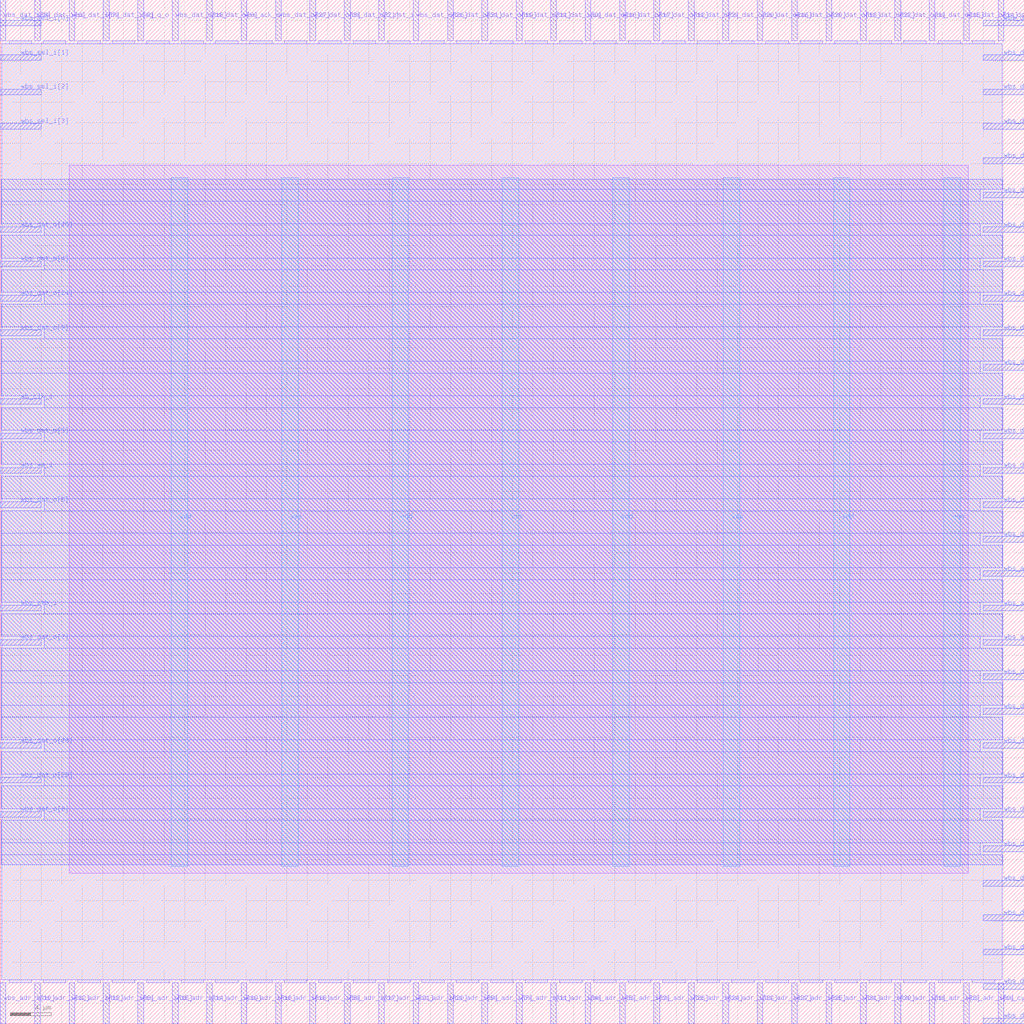
<source format=lef>
VERSION 5.7 ;
  NOWIREEXTENSIONATPIN ON ;
  DIVIDERCHAR "/" ;
  BUSBITCHARS "[]" ;
MACRO wishbone_register
  CLASS BLOCK ;
  FOREIGN wishbone_register ;
  ORIGIN 0.000 0.000 ;
  SIZE 100.000 BY 100.000 ;
  PIN reg_q_o
    DIRECTION OUTPUT TRISTATE ;
    USE SIGNAL ;
    ANTENNADIFFAREA 1.986000 ;
    PORT
      LAYER Metal2 ;
        RECT 13.440 96.000 14.000 100.000 ;
    END
  END reg_q_o
  PIN vdd
    DIRECTION INOUT ;
    USE POWER ;
    PORT
      LAYER Metal4 ;
        RECT 16.700 15.380 18.300 82.620 ;
    END
    PORT
      LAYER Metal4 ;
        RECT 38.260 15.380 39.860 82.620 ;
    END
    PORT
      LAYER Metal4 ;
        RECT 59.820 15.380 61.420 82.620 ;
    END
    PORT
      LAYER Metal4 ;
        RECT 81.380 15.380 82.980 82.620 ;
    END
  END vdd
  PIN vss
    DIRECTION INOUT ;
    USE GROUND ;
    PORT
      LAYER Metal4 ;
        RECT 27.480 15.380 29.080 82.620 ;
    END
    PORT
      LAYER Metal4 ;
        RECT 49.040 15.380 50.640 82.620 ;
    END
    PORT
      LAYER Metal4 ;
        RECT 70.600 15.380 72.200 82.620 ;
    END
    PORT
      LAYER Metal4 ;
        RECT 92.160 15.380 93.760 82.620 ;
    END
  END vss
  PIN wb_clk_i
    DIRECTION INPUT ;
    USE SIGNAL ;
    ANTENNAGATEAREA 4.738000 ;
    ANTENNADIFFAREA 0.410400 ;
    PORT
      LAYER Metal3 ;
        RECT 0.000 60.480 4.000 61.040 ;
    END
  END wb_clk_i
  PIN wb_rst_i
    DIRECTION INPUT ;
    USE SIGNAL ;
    ANTENNAGATEAREA 0.741000 ;
    ANTENNADIFFAREA 0.410400 ;
    PORT
      LAYER Metal2 ;
        RECT 36.960 96.000 37.520 100.000 ;
    END
  END wb_rst_i
  PIN wbs_ack_o
    DIRECTION OUTPUT TRISTATE ;
    USE SIGNAL ;
    ANTENNADIFFAREA 2.080400 ;
    PORT
      LAYER Metal2 ;
        RECT 23.520 96.000 24.080 100.000 ;
    END
  END wbs_ack_o
  PIN wbs_adr_i[0]
    DIRECTION INPUT ;
    USE SIGNAL ;
    ANTENNAGATEAREA 0.741000 ;
    ANTENNADIFFAREA 0.410400 ;
    PORT
      LAYER Metal2 ;
        RECT 94.080 0.000 94.640 4.000 ;
    END
  END wbs_adr_i[0]
  PIN wbs_adr_i[10]
    DIRECTION INPUT ;
    USE SIGNAL ;
    ANTENNAGATEAREA 0.741000 ;
    ANTENNADIFFAREA 0.410400 ;
    PORT
      LAYER Metal2 ;
        RECT 0.000 0.000 0.560 4.000 ;
    END
  END wbs_adr_i[10]
  PIN wbs_adr_i[11]
    DIRECTION INPUT ;
    USE SIGNAL ;
    ANTENNAGATEAREA 0.741000 ;
    ANTENNADIFFAREA 0.410400 ;
    PORT
      LAYER Metal2 ;
        RECT 50.400 0.000 50.960 4.000 ;
    END
  END wbs_adr_i[11]
  PIN wbs_adr_i[12]
    DIRECTION INPUT ;
    USE SIGNAL ;
    ANTENNAGATEAREA 0.741000 ;
    ANTENNADIFFAREA 0.410400 ;
    PORT
      LAYER Metal2 ;
        RECT 3.360 0.000 3.920 4.000 ;
    END
  END wbs_adr_i[12]
  PIN wbs_adr_i[13]
    DIRECTION INPUT ;
    USE SIGNAL ;
    ANTENNAGATEAREA 0.741000 ;
    ANTENNADIFFAREA 0.410400 ;
    PORT
      LAYER Metal2 ;
        RECT 6.720 0.000 7.280 4.000 ;
    END
  END wbs_adr_i[13]
  PIN wbs_adr_i[14]
    DIRECTION INPUT ;
    USE SIGNAL ;
    ANTENNAGATEAREA 0.741000 ;
    ANTENNADIFFAREA 0.410400 ;
    PORT
      LAYER Metal2 ;
        RECT 16.800 0.000 17.360 4.000 ;
    END
  END wbs_adr_i[14]
  PIN wbs_adr_i[15]
    DIRECTION INPUT ;
    USE SIGNAL ;
    ANTENNAGATEAREA 0.741000 ;
    ANTENNADIFFAREA 0.410400 ;
    PORT
      LAYER Metal2 ;
        RECT 13.440 0.000 14.000 4.000 ;
    END
  END wbs_adr_i[15]
  PIN wbs_adr_i[16]
    DIRECTION INPUT ;
    USE SIGNAL ;
    ANTENNAGATEAREA 0.741000 ;
    ANTENNADIFFAREA 0.410400 ;
    PORT
      LAYER Metal2 ;
        RECT 23.520 0.000 24.080 4.000 ;
    END
  END wbs_adr_i[16]
  PIN wbs_adr_i[17]
    DIRECTION INPUT ;
    USE SIGNAL ;
    ANTENNAGATEAREA 0.741000 ;
    ANTENNADIFFAREA 0.410400 ;
    PORT
      LAYER Metal2 ;
        RECT 33.600 0.000 34.160 4.000 ;
    END
  END wbs_adr_i[17]
  PIN wbs_adr_i[18]
    DIRECTION INPUT ;
    USE SIGNAL ;
    ANTENNAGATEAREA 0.741000 ;
    ANTENNADIFFAREA 0.410400 ;
    PORT
      LAYER Metal2 ;
        RECT 26.880 0.000 27.440 4.000 ;
    END
  END wbs_adr_i[18]
  PIN wbs_adr_i[19]
    DIRECTION INPUT ;
    USE SIGNAL ;
    ANTENNAGATEAREA 0.498500 ;
    ANTENNADIFFAREA 0.410400 ;
    PORT
      LAYER Metal2 ;
        RECT 20.160 0.000 20.720 4.000 ;
    END
  END wbs_adr_i[19]
  PIN wbs_adr_i[1]
    DIRECTION INPUT ;
    USE SIGNAL ;
    ANTENNAGATEAREA 0.741000 ;
    ANTENNADIFFAREA 0.410400 ;
    PORT
      LAYER Metal2 ;
        RECT 87.360 0.000 87.920 4.000 ;
    END
  END wbs_adr_i[1]
  PIN wbs_adr_i[20]
    DIRECTION INPUT ;
    USE SIGNAL ;
    ANTENNAGATEAREA 0.741000 ;
    ANTENNADIFFAREA 0.410400 ;
    PORT
      LAYER Metal2 ;
        RECT 40.320 0.000 40.880 4.000 ;
    END
  END wbs_adr_i[20]
  PIN wbs_adr_i[21]
    DIRECTION INPUT ;
    USE SIGNAL ;
    ANTENNAGATEAREA 0.741000 ;
    ANTENNADIFFAREA 0.410400 ;
    PORT
      LAYER Metal2 ;
        RECT 36.960 0.000 37.520 4.000 ;
    END
  END wbs_adr_i[21]
  PIN wbs_adr_i[22]
    DIRECTION INPUT ;
    USE SIGNAL ;
    ANTENNAGATEAREA 0.741000 ;
    ANTENNADIFFAREA 0.410400 ;
    PORT
      LAYER Metal2 ;
        RECT 70.560 0.000 71.120 4.000 ;
    END
  END wbs_adr_i[22]
  PIN wbs_adr_i[23]
    DIRECTION INPUT ;
    USE SIGNAL ;
    ANTENNAGATEAREA 0.741000 ;
    ANTENNADIFFAREA 0.410400 ;
    PORT
      LAYER Metal3 ;
        RECT 96.000 43.680 100.000 44.240 ;
    END
  END wbs_adr_i[23]
  PIN wbs_adr_i[24]
    DIRECTION INPUT ;
    USE SIGNAL ;
    ANTENNAGATEAREA 0.741000 ;
    ANTENNADIFFAREA 0.410400 ;
    PORT
      LAYER Metal2 ;
        RECT 67.200 0.000 67.760 4.000 ;
    END
  END wbs_adr_i[24]
  PIN wbs_adr_i[25]
    DIRECTION INPUT ;
    USE SIGNAL ;
    ANTENNAGATEAREA 0.741000 ;
    ANTENNADIFFAREA 0.410400 ;
    PORT
      LAYER Metal2 ;
        RECT 77.280 0.000 77.840 4.000 ;
    END
  END wbs_adr_i[25]
  PIN wbs_adr_i[26]
    DIRECTION INPUT ;
    USE SIGNAL ;
    ANTENNAGATEAREA 0.741000 ;
    ANTENNADIFFAREA 0.410400 ;
    PORT
      LAYER Metal2 ;
        RECT 63.840 0.000 64.400 4.000 ;
    END
  END wbs_adr_i[26]
  PIN wbs_adr_i[27]
    DIRECTION INPUT ;
    USE SIGNAL ;
    ANTENNAGATEAREA 0.741000 ;
    ANTENNADIFFAREA 0.410400 ;
    PORT
      LAYER Metal2 ;
        RECT 73.920 0.000 74.480 4.000 ;
    END
  END wbs_adr_i[27]
  PIN wbs_adr_i[28]
    DIRECTION INPUT ;
    USE SIGNAL ;
    ANTENNAGATEAREA 0.741000 ;
    ANTENNADIFFAREA 0.410400 ;
    PORT
      LAYER Metal3 ;
        RECT 96.000 36.960 100.000 37.520 ;
    END
  END wbs_adr_i[28]
  PIN wbs_adr_i[29]
    DIRECTION INPUT ;
    USE SIGNAL ;
    ANTENNAGATEAREA 0.741000 ;
    ANTENNADIFFAREA 0.410400 ;
    PORT
      LAYER Metal3 ;
        RECT 96.000 40.320 100.000 40.880 ;
    END
  END wbs_adr_i[29]
  PIN wbs_adr_i[2]
    DIRECTION INPUT ;
    USE SIGNAL ;
    ANTENNAGATEAREA 0.741000 ;
    ANTENNADIFFAREA 0.410400 ;
    PORT
      LAYER Metal2 ;
        RECT 90.720 0.000 91.280 4.000 ;
    END
  END wbs_adr_i[2]
  PIN wbs_adr_i[30]
    DIRECTION INPUT ;
    USE SIGNAL ;
    ANTENNAGATEAREA 0.741000 ;
    ANTENNADIFFAREA 0.410400 ;
    PORT
      LAYER Metal2 ;
        RECT 84.000 0.000 84.560 4.000 ;
    END
  END wbs_adr_i[30]
  PIN wbs_adr_i[31]
    DIRECTION INPUT ;
    USE SIGNAL ;
    ANTENNAGATEAREA 0.741000 ;
    ANTENNADIFFAREA 0.410400 ;
    PORT
      LAYER Metal2 ;
        RECT 80.640 0.000 81.200 4.000 ;
    END
  END wbs_adr_i[31]
  PIN wbs_adr_i[3]
    DIRECTION INPUT ;
    USE SIGNAL ;
    ANTENNAGATEAREA 0.741000 ;
    ANTENNADIFFAREA 0.410400 ;
    PORT
      LAYER Metal2 ;
        RECT 60.480 0.000 61.040 4.000 ;
    END
  END wbs_adr_i[3]
  PIN wbs_adr_i[4]
    DIRECTION INPUT ;
    USE SIGNAL ;
    ANTENNAGATEAREA 0.741000 ;
    ANTENNADIFFAREA 0.410400 ;
    PORT
      LAYER Metal2 ;
        RECT 53.760 0.000 54.320 4.000 ;
    END
  END wbs_adr_i[4]
  PIN wbs_adr_i[5]
    DIRECTION INPUT ;
    USE SIGNAL ;
    ANTENNAGATEAREA 0.741000 ;
    ANTENNADIFFAREA 0.410400 ;
    PORT
      LAYER Metal2 ;
        RECT 57.120 0.000 57.680 4.000 ;
    END
  END wbs_adr_i[5]
  PIN wbs_adr_i[6]
    DIRECTION INPUT ;
    USE SIGNAL ;
    ANTENNAGATEAREA 0.741000 ;
    ANTENNADIFFAREA 0.410400 ;
    PORT
      LAYER Metal2 ;
        RECT 10.080 0.000 10.640 4.000 ;
    END
  END wbs_adr_i[6]
  PIN wbs_adr_i[7]
    DIRECTION INPUT ;
    USE SIGNAL ;
    ANTENNAGATEAREA 0.741000 ;
    ANTENNADIFFAREA 0.410400 ;
    PORT
      LAYER Metal2 ;
        RECT 47.040 0.000 47.600 4.000 ;
    END
  END wbs_adr_i[7]
  PIN wbs_adr_i[8]
    DIRECTION INPUT ;
    USE SIGNAL ;
    ANTENNAGATEAREA 0.741000 ;
    ANTENNADIFFAREA 0.410400 ;
    PORT
      LAYER Metal2 ;
        RECT 30.240 0.000 30.800 4.000 ;
    END
  END wbs_adr_i[8]
  PIN wbs_adr_i[9]
    DIRECTION INPUT ;
    USE SIGNAL ;
    ANTENNAGATEAREA 0.741000 ;
    ANTENNADIFFAREA 0.410400 ;
    PORT
      LAYER Metal2 ;
        RECT 43.680 0.000 44.240 4.000 ;
    END
  END wbs_adr_i[9]
  PIN wbs_cyc_i
    DIRECTION INPUT ;
    USE SIGNAL ;
    PORT
      LAYER Metal2 ;
        RECT 97.440 0.000 98.000 4.000 ;
    END
  END wbs_cyc_i
  PIN wbs_dat_i[0]
    DIRECTION INPUT ;
    USE SIGNAL ;
    ANTENNAGATEAREA 0.741000 ;
    ANTENNADIFFAREA 0.410400 ;
    PORT
      LAYER Metal2 ;
        RECT 53.760 96.000 54.320 100.000 ;
    END
  END wbs_dat_i[0]
  PIN wbs_dat_i[10]
    DIRECTION INPUT ;
    USE SIGNAL ;
    PORT
      LAYER Metal3 ;
        RECT 96.000 6.720 100.000 7.280 ;
    END
  END wbs_dat_i[10]
  PIN wbs_dat_i[11]
    DIRECTION INPUT ;
    USE SIGNAL ;
    PORT
      LAYER Metal3 ;
        RECT 96.000 10.080 100.000 10.640 ;
    END
  END wbs_dat_i[11]
  PIN wbs_dat_i[12]
    DIRECTION INPUT ;
    USE SIGNAL ;
    PORT
      LAYER Metal3 ;
        RECT 96.000 13.440 100.000 14.000 ;
    END
  END wbs_dat_i[12]
  PIN wbs_dat_i[13]
    DIRECTION INPUT ;
    USE SIGNAL ;
    PORT
      LAYER Metal3 ;
        RECT 96.000 16.800 100.000 17.360 ;
    END
  END wbs_dat_i[13]
  PIN wbs_dat_i[14]
    DIRECTION INPUT ;
    USE SIGNAL ;
    PORT
      LAYER Metal3 ;
        RECT 96.000 20.160 100.000 20.720 ;
    END
  END wbs_dat_i[14]
  PIN wbs_dat_i[15]
    DIRECTION INPUT ;
    USE SIGNAL ;
    PORT
      LAYER Metal3 ;
        RECT 96.000 23.520 100.000 24.080 ;
    END
  END wbs_dat_i[15]
  PIN wbs_dat_i[16]
    DIRECTION INPUT ;
    USE SIGNAL ;
    PORT
      LAYER Metal3 ;
        RECT 96.000 26.880 100.000 27.440 ;
    END
  END wbs_dat_i[16]
  PIN wbs_dat_i[17]
    DIRECTION INPUT ;
    USE SIGNAL ;
    PORT
      LAYER Metal3 ;
        RECT 96.000 30.240 100.000 30.800 ;
    END
  END wbs_dat_i[17]
  PIN wbs_dat_i[18]
    DIRECTION INPUT ;
    USE SIGNAL ;
    PORT
      LAYER Metal3 ;
        RECT 96.000 33.600 100.000 34.160 ;
    END
  END wbs_dat_i[18]
  PIN wbs_dat_i[19]
    DIRECTION INPUT ;
    USE SIGNAL ;
    PORT
      LAYER Metal3 ;
        RECT 96.000 97.440 100.000 98.000 ;
    END
  END wbs_dat_i[19]
  PIN wbs_dat_i[1]
    DIRECTION INPUT ;
    USE SIGNAL ;
    PORT
      LAYER Metal3 ;
        RECT 96.000 0.000 100.000 0.560 ;
    END
  END wbs_dat_i[1]
  PIN wbs_dat_i[20]
    DIRECTION INPUT ;
    USE SIGNAL ;
    PORT
      LAYER Metal3 ;
        RECT 96.000 3.360 100.000 3.920 ;
    END
  END wbs_dat_i[20]
  PIN wbs_dat_i[21]
    DIRECTION INPUT ;
    USE SIGNAL ;
    PORT
      LAYER Metal3 ;
        RECT 96.000 53.760 100.000 54.320 ;
    END
  END wbs_dat_i[21]
  PIN wbs_dat_i[22]
    DIRECTION INPUT ;
    USE SIGNAL ;
    PORT
      LAYER Metal3 ;
        RECT 96.000 50.400 100.000 50.960 ;
    END
  END wbs_dat_i[22]
  PIN wbs_dat_i[23]
    DIRECTION INPUT ;
    USE SIGNAL ;
    PORT
      LAYER Metal3 ;
        RECT 96.000 47.040 100.000 47.600 ;
    END
  END wbs_dat_i[23]
  PIN wbs_dat_i[24]
    DIRECTION INPUT ;
    USE SIGNAL ;
    PORT
      LAYER Metal3 ;
        RECT 96.000 57.120 100.000 57.680 ;
    END
  END wbs_dat_i[24]
  PIN wbs_dat_i[25]
    DIRECTION INPUT ;
    USE SIGNAL ;
    PORT
      LAYER Metal3 ;
        RECT 96.000 67.200 100.000 67.760 ;
    END
  END wbs_dat_i[25]
  PIN wbs_dat_i[26]
    DIRECTION INPUT ;
    USE SIGNAL ;
    PORT
      LAYER Metal3 ;
        RECT 96.000 63.840 100.000 64.400 ;
    END
  END wbs_dat_i[26]
  PIN wbs_dat_i[27]
    DIRECTION INPUT ;
    USE SIGNAL ;
    PORT
      LAYER Metal3 ;
        RECT 96.000 60.480 100.000 61.040 ;
    END
  END wbs_dat_i[27]
  PIN wbs_dat_i[28]
    DIRECTION INPUT ;
    USE SIGNAL ;
    PORT
      LAYER Metal3 ;
        RECT 96.000 70.560 100.000 71.120 ;
    END
  END wbs_dat_i[28]
  PIN wbs_dat_i[29]
    DIRECTION INPUT ;
    USE SIGNAL ;
    PORT
      LAYER Metal3 ;
        RECT 96.000 80.640 100.000 81.200 ;
    END
  END wbs_dat_i[29]
  PIN wbs_dat_i[2]
    DIRECTION INPUT ;
    USE SIGNAL ;
    PORT
      LAYER Metal3 ;
        RECT 96.000 77.280 100.000 77.840 ;
    END
  END wbs_dat_i[2]
  PIN wbs_dat_i[30]
    DIRECTION INPUT ;
    USE SIGNAL ;
    PORT
      LAYER Metal3 ;
        RECT 96.000 73.920 100.000 74.480 ;
    END
  END wbs_dat_i[30]
  PIN wbs_dat_i[31]
    DIRECTION INPUT ;
    USE SIGNAL ;
    PORT
      LAYER Metal3 ;
        RECT 96.000 84.000 100.000 84.560 ;
    END
  END wbs_dat_i[31]
  PIN wbs_dat_i[3]
    DIRECTION INPUT ;
    USE SIGNAL ;
    PORT
      LAYER Metal3 ;
        RECT 96.000 94.080 100.000 94.640 ;
    END
  END wbs_dat_i[3]
  PIN wbs_dat_i[4]
    DIRECTION INPUT ;
    USE SIGNAL ;
    PORT
      LAYER Metal3 ;
        RECT 96.000 90.720 100.000 91.280 ;
    END
  END wbs_dat_i[4]
  PIN wbs_dat_i[5]
    DIRECTION INPUT ;
    USE SIGNAL ;
    PORT
      LAYER Metal3 ;
        RECT 96.000 87.360 100.000 87.920 ;
    END
  END wbs_dat_i[5]
  PIN wbs_dat_i[6]
    DIRECTION INPUT ;
    USE SIGNAL ;
    PORT
      LAYER Metal2 ;
        RECT 3.360 96.000 3.920 100.000 ;
    END
  END wbs_dat_i[6]
  PIN wbs_dat_i[7]
    DIRECTION INPUT ;
    USE SIGNAL ;
    PORT
      LAYER Metal2 ;
        RECT 6.720 96.000 7.280 100.000 ;
    END
  END wbs_dat_i[7]
  PIN wbs_dat_i[8]
    DIRECTION INPUT ;
    USE SIGNAL ;
    PORT
      LAYER Metal2 ;
        RECT 0.000 96.000 0.560 100.000 ;
    END
  END wbs_dat_i[8]
  PIN wbs_dat_i[9]
    DIRECTION INPUT ;
    USE SIGNAL ;
    PORT
      LAYER Metal2 ;
        RECT 10.080 96.000 10.640 100.000 ;
    END
  END wbs_dat_i[9]
  PIN wbs_dat_o[0]
    DIRECTION OUTPUT TRISTATE ;
    USE SIGNAL ;
    ANTENNADIFFAREA 1.986000 ;
    PORT
      LAYER Metal2 ;
        RECT 20.160 96.000 20.720 100.000 ;
    END
  END wbs_dat_o[0]
  PIN wbs_dat_o[10]
    DIRECTION OUTPUT TRISTATE ;
    USE SIGNAL ;
    ANTENNADIFFAREA 0.360800 ;
    PORT
      LAYER Metal2 ;
        RECT 57.120 96.000 57.680 100.000 ;
    END
  END wbs_dat_o[10]
  PIN wbs_dat_o[11]
    DIRECTION OUTPUT TRISTATE ;
    USE SIGNAL ;
    ANTENNADIFFAREA 0.360800 ;
    PORT
      LAYER Metal2 ;
        RECT 50.400 96.000 50.960 100.000 ;
    END
  END wbs_dat_o[11]
  PIN wbs_dat_o[12]
    DIRECTION OUTPUT TRISTATE ;
    USE SIGNAL ;
    ANTENNADIFFAREA 0.360800 ;
    PORT
      LAYER Metal2 ;
        RECT 63.840 96.000 64.400 100.000 ;
    END
  END wbs_dat_o[12]
  PIN wbs_dat_o[13]
    DIRECTION OUTPUT TRISTATE ;
    USE SIGNAL ;
    ANTENNADIFFAREA 0.360800 ;
    PORT
      LAYER Metal2 ;
        RECT 80.640 96.000 81.200 100.000 ;
    END
  END wbs_dat_o[13]
  PIN wbs_dat_o[14]
    DIRECTION OUTPUT TRISTATE ;
    USE SIGNAL ;
    ANTENNADIFFAREA 0.360800 ;
    PORT
      LAYER Metal2 ;
        RECT 94.080 96.000 94.640 100.000 ;
    END
  END wbs_dat_o[14]
  PIN wbs_dat_o[15]
    DIRECTION OUTPUT TRISTATE ;
    USE SIGNAL ;
    ANTENNADIFFAREA 0.360800 ;
    PORT
      LAYER Metal2 ;
        RECT 90.720 96.000 91.280 100.000 ;
    END
  END wbs_dat_o[15]
  PIN wbs_dat_o[16]
    DIRECTION OUTPUT TRISTATE ;
    USE SIGNAL ;
    ANTENNADIFFAREA 0.360800 ;
    PORT
      LAYER Metal2 ;
        RECT 73.920 96.000 74.480 100.000 ;
    END
  END wbs_dat_o[16]
  PIN wbs_dat_o[17]
    DIRECTION OUTPUT TRISTATE ;
    USE SIGNAL ;
    ANTENNADIFFAREA 0.360800 ;
    PORT
      LAYER Metal2 ;
        RECT 60.480 96.000 61.040 100.000 ;
    END
  END wbs_dat_o[17]
  PIN wbs_dat_o[18]
    DIRECTION OUTPUT TRISTATE ;
    USE SIGNAL ;
    ANTENNADIFFAREA 0.360800 ;
    PORT
      LAYER Metal2 ;
        RECT 16.800 96.000 17.360 100.000 ;
    END
  END wbs_dat_o[18]
  PIN wbs_dat_o[19]
    DIRECTION OUTPUT TRISTATE ;
    USE SIGNAL ;
    ANTENNADIFFAREA 0.360800 ;
    PORT
      LAYER Metal2 ;
        RECT 47.040 96.000 47.600 100.000 ;
    END
  END wbs_dat_o[19]
  PIN wbs_dat_o[1]
    DIRECTION OUTPUT TRISTATE ;
    USE SIGNAL ;
    ANTENNADIFFAREA 0.360800 ;
    PORT
      LAYER Metal2 ;
        RECT 87.360 96.000 87.920 100.000 ;
    END
  END wbs_dat_o[1]
  PIN wbs_dat_o[20]
    DIRECTION OUTPUT TRISTATE ;
    USE SIGNAL ;
    ANTENNADIFFAREA 0.360800 ;
    PORT
      LAYER Metal2 ;
        RECT 70.560 96.000 71.120 100.000 ;
    END
  END wbs_dat_o[20]
  PIN wbs_dat_o[21]
    DIRECTION OUTPUT TRISTATE ;
    USE SIGNAL ;
    ANTENNADIFFAREA 0.360800 ;
    PORT
      LAYER Metal2 ;
        RECT 33.600 96.000 34.160 100.000 ;
    END
  END wbs_dat_o[21]
  PIN wbs_dat_o[22]
    DIRECTION OUTPUT TRISTATE ;
    USE SIGNAL ;
    ANTENNADIFFAREA 0.360800 ;
    PORT
      LAYER Metal2 ;
        RECT 97.440 96.000 98.000 100.000 ;
    END
  END wbs_dat_o[22]
  PIN wbs_dat_o[23]
    DIRECTION OUTPUT TRISTATE ;
    USE SIGNAL ;
    ANTENNADIFFAREA 0.360800 ;
    PORT
      LAYER Metal2 ;
        RECT 84.000 96.000 84.560 100.000 ;
    END
  END wbs_dat_o[23]
  PIN wbs_dat_o[24]
    DIRECTION OUTPUT TRISTATE ;
    USE SIGNAL ;
    ANTENNADIFFAREA 0.360800 ;
    PORT
      LAYER Metal3 ;
        RECT 0.000 70.560 4.000 71.120 ;
    END
  END wbs_dat_o[24]
  PIN wbs_dat_o[25]
    DIRECTION OUTPUT TRISTATE ;
    USE SIGNAL ;
    ANTENNADIFFAREA 0.360800 ;
    PORT
      LAYER Metal3 ;
        RECT 0.000 77.280 4.000 77.840 ;
    END
  END wbs_dat_o[25]
  PIN wbs_dat_o[26]
    DIRECTION OUTPUT TRISTATE ;
    USE SIGNAL ;
    ANTENNADIFFAREA 0.360800 ;
    PORT
      LAYER Metal2 ;
        RECT 40.320 96.000 40.880 100.000 ;
    END
  END wbs_dat_o[26]
  PIN wbs_dat_o[27]
    DIRECTION OUTPUT TRISTATE ;
    USE SIGNAL ;
    ANTENNADIFFAREA 0.360800 ;
    PORT
      LAYER Metal2 ;
        RECT 26.880 96.000 27.440 100.000 ;
    END
  END wbs_dat_o[27]
  PIN wbs_dat_o[28]
    DIRECTION OUTPUT TRISTATE ;
    USE SIGNAL ;
    ANTENNADIFFAREA 0.360800 ;
    PORT
      LAYER Metal3 ;
        RECT 0.000 26.880 4.000 27.440 ;
    END
  END wbs_dat_o[28]
  PIN wbs_dat_o[29]
    DIRECTION OUTPUT TRISTATE ;
    USE SIGNAL ;
    ANTENNADIFFAREA 0.360800 ;
    PORT
      LAYER Metal3 ;
        RECT 0.000 23.520 4.000 24.080 ;
    END
  END wbs_dat_o[29]
  PIN wbs_dat_o[2]
    DIRECTION OUTPUT TRISTATE ;
    USE SIGNAL ;
    ANTENNADIFFAREA 0.360800 ;
    PORT
      LAYER Metal2 ;
        RECT 67.200 96.000 67.760 100.000 ;
    END
  END wbs_dat_o[2]
  PIN wbs_dat_o[30]
    DIRECTION OUTPUT TRISTATE ;
    USE SIGNAL ;
    ANTENNADIFFAREA 0.360800 ;
    PORT
      LAYER Metal2 ;
        RECT 77.280 96.000 77.840 100.000 ;
    END
  END wbs_dat_o[30]
  PIN wbs_dat_o[31]
    DIRECTION OUTPUT TRISTATE ;
    USE SIGNAL ;
    ANTENNADIFFAREA 0.360800 ;
    PORT
      LAYER Metal2 ;
        RECT 43.680 96.000 44.240 100.000 ;
    END
  END wbs_dat_o[31]
  PIN wbs_dat_o[3]
    DIRECTION OUTPUT TRISTATE ;
    USE SIGNAL ;
    ANTENNADIFFAREA 0.360800 ;
    PORT
      LAYER Metal2 ;
        RECT 30.240 96.000 30.800 100.000 ;
    END
  END wbs_dat_o[3]
  PIN wbs_dat_o[4]
    DIRECTION OUTPUT TRISTATE ;
    USE SIGNAL ;
    ANTENNADIFFAREA 0.360800 ;
    PORT
      LAYER Metal3 ;
        RECT 0.000 73.920 4.000 74.480 ;
    END
  END wbs_dat_o[4]
  PIN wbs_dat_o[5]
    DIRECTION OUTPUT TRISTATE ;
    USE SIGNAL ;
    ANTENNADIFFAREA 0.360800 ;
    PORT
      LAYER Metal3 ;
        RECT 0.000 57.120 4.000 57.680 ;
    END
  END wbs_dat_o[5]
  PIN wbs_dat_o[6]
    DIRECTION OUTPUT TRISTATE ;
    USE SIGNAL ;
    ANTENNADIFFAREA 0.360800 ;
    PORT
      LAYER Metal3 ;
        RECT 0.000 20.160 4.000 20.720 ;
    END
  END wbs_dat_o[6]
  PIN wbs_dat_o[7]
    DIRECTION OUTPUT TRISTATE ;
    USE SIGNAL ;
    ANTENNADIFFAREA 0.360800 ;
    PORT
      LAYER Metal3 ;
        RECT 0.000 36.960 4.000 37.520 ;
    END
  END wbs_dat_o[7]
  PIN wbs_dat_o[8]
    DIRECTION OUTPUT TRISTATE ;
    USE SIGNAL ;
    ANTENNADIFFAREA 0.360800 ;
    PORT
      LAYER Metal3 ;
        RECT 0.000 50.400 4.000 50.960 ;
    END
  END wbs_dat_o[8]
  PIN wbs_dat_o[9]
    DIRECTION OUTPUT TRISTATE ;
    USE SIGNAL ;
    ANTENNADIFFAREA 0.360800 ;
    PORT
      LAYER Metal3 ;
        RECT 0.000 67.200 4.000 67.760 ;
    END
  END wbs_dat_o[9]
  PIN wbs_sel_i[0]
    DIRECTION INPUT ;
    USE SIGNAL ;
    PORT
      LAYER Metal3 ;
        RECT 0.000 97.440 4.000 98.000 ;
    END
  END wbs_sel_i[0]
  PIN wbs_sel_i[1]
    DIRECTION INPUT ;
    USE SIGNAL ;
    PORT
      LAYER Metal3 ;
        RECT 0.000 94.080 4.000 94.640 ;
    END
  END wbs_sel_i[1]
  PIN wbs_sel_i[2]
    DIRECTION INPUT ;
    USE SIGNAL ;
    PORT
      LAYER Metal3 ;
        RECT 0.000 90.720 4.000 91.280 ;
    END
  END wbs_sel_i[2]
  PIN wbs_sel_i[3]
    DIRECTION INPUT ;
    USE SIGNAL ;
    PORT
      LAYER Metal3 ;
        RECT 0.000 87.360 4.000 87.920 ;
    END
  END wbs_sel_i[3]
  PIN wbs_stb_i
    DIRECTION INPUT ;
    USE SIGNAL ;
    ANTENNAGATEAREA 0.741000 ;
    ANTENNADIFFAREA 0.410400 ;
    PORT
      LAYER Metal3 ;
        RECT 0.000 40.320 4.000 40.880 ;
    END
  END wbs_stb_i
  PIN wbs_we_i
    DIRECTION INPUT ;
    USE SIGNAL ;
    ANTENNAGATEAREA 0.741000 ;
    ANTENNADIFFAREA 0.410400 ;
    PORT
      LAYER Metal3 ;
        RECT 0.000 53.760 4.000 54.320 ;
    END
  END wbs_we_i
  OBS
      LAYER Metal1 ;
        RECT 6.720 14.710 94.550 83.850 ;
      LAYER Metal2 ;
        RECT 0.860 95.700 3.060 96.000 ;
        RECT 4.220 95.700 6.420 96.000 ;
        RECT 7.580 95.700 9.780 96.000 ;
        RECT 10.940 95.700 13.140 96.000 ;
        RECT 14.300 95.700 16.500 96.000 ;
        RECT 17.660 95.700 19.860 96.000 ;
        RECT 21.020 95.700 23.220 96.000 ;
        RECT 24.380 95.700 26.580 96.000 ;
        RECT 27.740 95.700 29.940 96.000 ;
        RECT 31.100 95.700 33.300 96.000 ;
        RECT 34.460 95.700 36.660 96.000 ;
        RECT 37.820 95.700 40.020 96.000 ;
        RECT 41.180 95.700 43.380 96.000 ;
        RECT 44.540 95.700 46.740 96.000 ;
        RECT 47.900 95.700 50.100 96.000 ;
        RECT 51.260 95.700 53.460 96.000 ;
        RECT 54.620 95.700 56.820 96.000 ;
        RECT 57.980 95.700 60.180 96.000 ;
        RECT 61.340 95.700 63.540 96.000 ;
        RECT 64.700 95.700 66.900 96.000 ;
        RECT 68.060 95.700 70.260 96.000 ;
        RECT 71.420 95.700 73.620 96.000 ;
        RECT 74.780 95.700 76.980 96.000 ;
        RECT 78.140 95.700 80.340 96.000 ;
        RECT 81.500 95.700 83.700 96.000 ;
        RECT 84.860 95.700 87.060 96.000 ;
        RECT 88.220 95.700 90.420 96.000 ;
        RECT 91.580 95.700 93.780 96.000 ;
        RECT 94.940 95.700 97.140 96.000 ;
        RECT 0.140 4.300 97.860 95.700 ;
        RECT 0.860 4.000 3.060 4.300 ;
        RECT 4.220 4.000 6.420 4.300 ;
        RECT 7.580 4.000 9.780 4.300 ;
        RECT 10.940 4.000 13.140 4.300 ;
        RECT 14.300 4.000 16.500 4.300 ;
        RECT 17.660 4.000 19.860 4.300 ;
        RECT 21.020 4.000 23.220 4.300 ;
        RECT 24.380 4.000 26.580 4.300 ;
        RECT 27.740 4.000 29.940 4.300 ;
        RECT 31.100 4.000 33.300 4.300 ;
        RECT 34.460 4.000 36.660 4.300 ;
        RECT 37.820 4.000 40.020 4.300 ;
        RECT 41.180 4.000 43.380 4.300 ;
        RECT 44.540 4.000 46.740 4.300 ;
        RECT 47.900 4.000 50.100 4.300 ;
        RECT 51.260 4.000 53.460 4.300 ;
        RECT 54.620 4.000 56.820 4.300 ;
        RECT 57.980 4.000 60.180 4.300 ;
        RECT 61.340 4.000 63.540 4.300 ;
        RECT 64.700 4.000 66.900 4.300 ;
        RECT 68.060 4.000 70.260 4.300 ;
        RECT 71.420 4.000 73.620 4.300 ;
        RECT 74.780 4.000 76.980 4.300 ;
        RECT 78.140 4.000 80.340 4.300 ;
        RECT 81.500 4.000 83.700 4.300 ;
        RECT 84.860 4.000 87.060 4.300 ;
        RECT 88.220 4.000 90.420 4.300 ;
        RECT 91.580 4.000 93.780 4.300 ;
        RECT 94.940 4.000 97.140 4.300 ;
      LAYER Metal3 ;
        RECT 0.090 81.500 97.910 82.460 ;
        RECT 0.090 80.340 95.700 81.500 ;
        RECT 0.090 78.140 97.910 80.340 ;
        RECT 4.300 76.980 95.700 78.140 ;
        RECT 0.090 74.780 97.910 76.980 ;
        RECT 4.300 73.620 95.700 74.780 ;
        RECT 0.090 71.420 97.910 73.620 ;
        RECT 4.300 70.260 95.700 71.420 ;
        RECT 0.090 68.060 97.910 70.260 ;
        RECT 4.300 66.900 95.700 68.060 ;
        RECT 0.090 64.700 97.910 66.900 ;
        RECT 0.090 63.540 95.700 64.700 ;
        RECT 0.090 61.340 97.910 63.540 ;
        RECT 4.300 60.180 95.700 61.340 ;
        RECT 0.090 57.980 97.910 60.180 ;
        RECT 4.300 56.820 95.700 57.980 ;
        RECT 0.090 54.620 97.910 56.820 ;
        RECT 4.300 53.460 95.700 54.620 ;
        RECT 0.090 51.260 97.910 53.460 ;
        RECT 4.300 50.100 95.700 51.260 ;
        RECT 0.090 47.900 97.910 50.100 ;
        RECT 0.090 46.740 95.700 47.900 ;
        RECT 0.090 44.540 97.910 46.740 ;
        RECT 0.090 43.380 95.700 44.540 ;
        RECT 0.090 41.180 97.910 43.380 ;
        RECT 4.300 40.020 95.700 41.180 ;
        RECT 0.090 37.820 97.910 40.020 ;
        RECT 4.300 36.660 95.700 37.820 ;
        RECT 0.090 34.460 97.910 36.660 ;
        RECT 0.090 33.300 95.700 34.460 ;
        RECT 0.090 31.100 97.910 33.300 ;
        RECT 0.090 29.940 95.700 31.100 ;
        RECT 0.090 27.740 97.910 29.940 ;
        RECT 4.300 26.580 95.700 27.740 ;
        RECT 0.090 24.380 97.910 26.580 ;
        RECT 4.300 23.220 95.700 24.380 ;
        RECT 0.090 21.020 97.910 23.220 ;
        RECT 4.300 19.860 95.700 21.020 ;
        RECT 0.090 17.660 97.910 19.860 ;
        RECT 0.090 16.500 95.700 17.660 ;
        RECT 0.090 15.540 97.910 16.500 ;
  END
END wishbone_register
END LIBRARY


</source>
